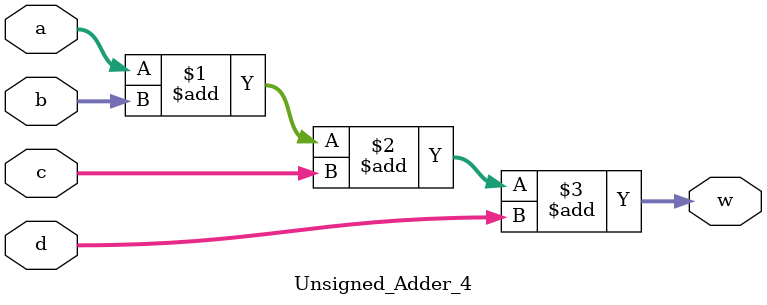
<source format=v>
`timescale 1ns / 1ps
module Unsigned_Adder_4(input[15:0] a, b, c, d,
								output[15:0] w);
	assign w = a + b + c + d;
endmodule

</source>
